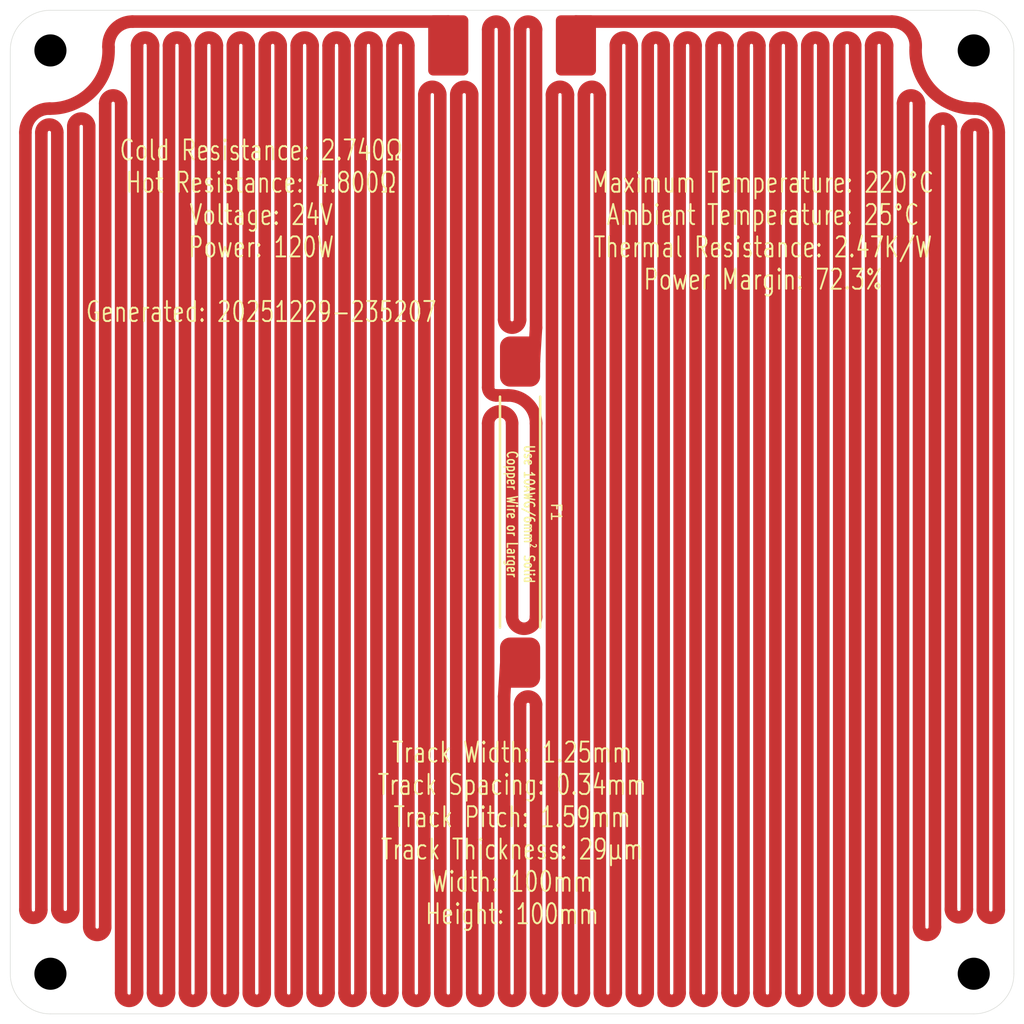
<source format=kicad_pcb>
(kicad_pcb (version 20241229) (generator "pcbnew") (generator_version "9.0")
  (layers (0 "F.Cu" signal) (2 "B.Cu" signal) (13 "F.Paste" user) (15 "B.Paste" user) (5 "F.SilkS" user "F.Silkscreen") (7 "B.SilkS" user "B.Silkscreen") (1 "F.Mask" user) (3 "B.Mask" user) (25 "Edge.Cuts" user))
  (net 0 "")
  (net 1 "Net-(J2-Pin_1)")
  (net 2 "Net-(J1-Pin_1)")
  (footprint "blg:MountingHole_3.2mm_M3_NoPad_TopLarge" (layer "F.Cu") (at 151 59)
    (property "Reference" "REF**" (hide yes))
    (property "Value" "MountingHole_3.2mm_M3_NoPad_TopLarge" (hide yes))
    (pad "" np_thru_hole circle (at 0 0) (size 7.6 7.6) (drill 3.2) (layers))
  )
  (footprint "blg:SMD_PowerConnection_4x6mm" (layer "F.Cu") (at 111.359999 58.5 -90)
    (property "Reference" "J2" (hide yes))
    (property "Value" "Hotplate_Power_Connection" (hide yes))
    (pad "1" smd roundrect (at 0 0 270) (size 6 4) (layers "F.Cu" "F.Mask" "F.Paste") (roundrect_rratio 0.125) (net 1 "Net-(J2-Pin_1)"))
  )
  (footprint "blg:MountingHole_3.2mm_M3_NoPad_TopLarge" (layer "F.Cu") (at 59 151)
    (property "Reference" "REF**" (hide yes))
    (property "Value" "MountingHole_3.2mm_M3_NoPad_TopLarge" (hide yes))
    (pad "" np_thru_hole circle (at 0 0) (size 7.6 7.6) (drill 3.2) (layers))
  )
  (footprint "blg:MountingHole_3.2mm_M3_NoPad_TopLarge" (layer "F.Cu") (at 151 151)
    (property "Reference" "REF**" (hide yes))
    (property "Value" "MountingHole_3.2mm_M3_NoPad_TopLarge" (hide yes))
    (pad "" np_thru_hole circle (at 0 0) (size 7.6 7.6) (drill 3.2) (layers))
  )
  (footprint "blg:SMD_PowerConnection_4x6mm" (layer "F.Cu") (at 98.64 58.5 -90)
    (property "Reference" "J1" (hide yes))
    (property "Value" "Hotplate_Power_Connection" (hide yes))
    (pad "1" smd roundrect (at 0 0 270) (size 6 4) (layers "F.Cu" "F.Mask" "F.Paste") (roundrect_rratio 0.125) (net 2 "Net-(J1-Pin_1)"))
  )
  (footprint "blg:Thermal Fuse, SN100C, Front, 35mm" (layer "F.Cu") (at 105.795 105 -90)
    (property "Reference" "F1" (at 0 -3.6 270) (layer "F.SilkS"))
    (property "Value" "~")
    (fp_line (start -11.5 2) (end 11.5 2) (stroke (width 0.25)) (layer "F.SilkS"))
    (fp_line (start -11.5 -2) (end 11.5 -2) (stroke (width 0.25)) (layer "F.SilkS"))
    (fp_text user "Use 10AWG/6mm  Solid" (at 0.2 -0.9 270) (layer "F.SilkS") (effects (font (size 1 0.75))))
    (fp_text user "2" (at 3.35 -1.3 270) (layer "F.SilkS") (effects (font (size 0.6 0.4) (thickness 0.1))))
    (fp_text user "Copper Wire or Larger" (at 0.2 0.8 270) (layer "F.SilkS") (effects (font (size 1 0.75))))
    (pad "1" smd roundrect (at -15 0 270) (size 5 4) (layers "F.Cu" "F.Mask") (net 2 "Net-(J1-Pin_1)"))
    (pad "2" smd roundrect (at 15 0 270) (size 5 4) (layers "F.Cu" "F.Mask") (net 1 "Net-(J2-Pin_1)"))
  )
  (footprint "blg:MountingHole_3.2mm_M3_NoPad_TopLarge" (layer "F.Cu") (at 59 59)
    (property "Reference" "REF**" (hide yes))
    (property "Value" "MountingHole_3.2mm_M3_NoPad_TopLarge" (hide yes))
    (pad "" np_thru_hole circle (at 0 0) (size 7.6 7.6) (drill 3.2) (layers))
  )
  (gr_arc (start 55 59) (mid 56.171573 56.171573) (end 59 55) (stroke (width 0.05)) (layer "Edge.Cuts"))
  (gr_line (start 155 59) (end 155 151) (stroke (width 0.05)) (layer "Edge.Cuts"))
  (gr_arc (start 59 155) (mid 56.171573 153.828427) (end 55 151) (stroke (width 0.05)) (layer "Edge.Cuts"))
  (gr_line (start 59 155) (end 151 155) (stroke (width 0.05)) (layer "Edge.Cuts"))
  (gr_line (start 55 59) (end 55 151) (stroke (width 0.05)) (layer "Edge.Cuts"))
  (gr_arc (start 155 151) (mid 153.828427 153.828427) (end 151 155) (stroke (width 0.05)) (layer "Edge.Cuts"))
  (gr_arc (start 151 55) (mid 153.828427 56.171573) (end 155 59) (stroke (width 0.05)) (layer "Edge.Cuts"))
  (gr_line (start 59 55) (end 151 55) (stroke (width 0.05)) (layer "Edge.Cuts"))
  (gr_text "Track Width: 1.25mm\nTrack Spacing: 0.34mm\nTrack Pitch: 1.59mm\nTrack Thickness: 29µm\nWidth: 100mm\nHeight: 100mm" (at 105 137 0) (layer "F.SilkS") (effects (font (size 2 1.5) (thickness 0.1875))))
  (gr_text "Maximum Temperature: 220°C\nAmbient Temperature: 25°C\nThermal Resistance: 2.47K/W\nPower Margin: 72.3%" (at 130 77 0) (layer "F.SilkS") (effects (font (size 2 1.5) (thickness 0.1875))))
  (gr_text "Cold Resistance: 2.740Ω\nHot Resistance: 4.800Ω\nVoltage: 24V\nPower: 120W\n\nGenerated: 20251229-235207" (at 80 77 0) (layer "F.SilkS") (effects (font (size 2 1.5) (thickness 0.1875))))
  (segment (start 104.205 123.374999) (end 104.42 120) (width 1.25) (layer "F.Cu") (net 1))
  (segment (start 134.415 152.91) (end 134.415 58.51) (width 1.25) (layer "F.Cu") (net 1))
  (segment (start 116.925 58.51) (end 116.925 152.91) (width 1.25) (layer "F.Cu") (net 1))
  (segment (start 150.315 144.578341) (end 150.315 67.17926) (width 1.25) (layer "F.Cu") (net 1))
  (segment (start 129.644999 58.51) (end 129.644999 152.91) (width 1.25) (layer "F.Cu") (net 1))
  (segment (start 126.464999 58.51) (end 126.464999 152.91) (width 1.25) (layer "F.Cu") (net 1))
  (segment (start 104.42 120) (end 105.795 120) (width 1.25) (layer "F.Cu") (net 1))
  (segment (start 148.725 66.582051) (end 148.725 144.578341) (width 1.25) (layer "F.Cu") (net 1))
  (segment (start 118.515 152.91) (end 118.515 58.51) (width 1.25) (layer "F.Cu") (net 1))
  (segment (start 143.955 152.91) (end 143.955 64.2773) (width 1.25) (layer "F.Cu") (net 1))
  (segment (start 142.834689 56.124999) (end 111.359999 56.124999) (width 1.25) (layer "F.Cu") (net 1))
  (segment (start 137.595 152.91) (end 137.595 58.51) (width 1.25) (layer "F.Cu") (net 1))
  (segment (start 139.185 58.51) (end 139.185 152.91) (width 1.25) (layer "F.Cu") (net 1))
  (segment (start 110.565 63.42) (end 110.565 152.91) (width 1.25) (layer "F.Cu") (net 1))
  (segment (start 142.364999 58.51) (end 142.364999 152.91) (width 1.25) (layer "F.Cu") (net 1))
  (segment (start 121.695 152.91) (end 121.695 58.51) (width 1.25) (layer "F.Cu") (net 1))
  (segment (start 132.824999 58.51) (end 132.824999 152.91) (width 1.25) (layer "F.Cu") (net 1))
  (segment (start 153.495 144.633046) (end 153.495 67.17926) (width 1.25) (layer "F.Cu") (net 1))
  (segment (start 111.359999 56.124999) (end 111.359999 58.5) (width 1.25) (layer "F.Cu") (net 1))
  (segment (start 104.205 123.374999) (end 104.205 152.91) (width 1.25) (layer "F.Cu") (net 1))
  (segment (start 124.875 152.91) (end 124.875 58.51) (width 1.25) (layer "F.Cu") (net 1))
  (segment (start 147.135 146.340332) (end 147.135 66.582051) (width 1.25) (layer "F.Cu") (net 1))
  (segment (start 108.975 152.91) (end 108.975 63.42) (width 1.25) (layer "F.Cu") (net 1))
  (segment (start 140.774999 152.91) (end 140.774999 58.51) (width 1.25) (layer "F.Cu") (net 1))
  (segment (start 107.384999 124.169999) (end 107.384999 152.91) (width 1.25) (layer "F.Cu") (net 1))
  (segment (start 115.335 152.91) (end 115.335 58.51) (width 1.25) (layer "F.Cu") (net 1))
  (segment (start 128.055 152.91) (end 128.055 58.51) (width 1.25) (layer "F.Cu") (net 1))
  (segment (start 123.285 58.51) (end 123.285 152.91) (width 1.25) (layer "F.Cu") (net 1))
  (segment (start 120.104999 58.51) (end 120.104999 152.91) (width 1.25) (layer "F.Cu") (net 1))
  (segment (start 145.545 64.2773) (end 145.545 146.340332) (width 1.25) (layer "F.Cu") (net 1))
  (segment (start 131.234999 152.91) (end 131.234999 58.51) (width 1.25) (layer "F.Cu") (net 1))
  (segment (start 113.745 63.42) (end 113.745 152.91) (width 1.25) (layer "F.Cu") (net 1))
  (segment (start 112.154999 152.91) (end 112.154999 63.42) (width 1.25) (layer "F.Cu") (net 1))
  (segment (start 151.904999 67.17926) (end 151.904999 144.633046) (width 1.25) (layer "F.Cu") (net 1))
  (segment (start 105.795 152.91) (end 105.795 124.169999) (width 1.25) (layer "F.Cu") (net 1))
  (segment (start 136.005 58.51) (end 136.005 152.91) (width 1.25) (layer "F.Cu") (net 1))
  (arc (start 124.875 58.51) (mid 125.67 57.715) (end 126.464999 58.51) (width 1.25) (layer "F.Cu") (net 1))
  (arc (start 118.515 58.51) (mid 119.31 57.715) (end 120.104999 58.51) (width 1.25) (layer "F.Cu") (net 1))
  (arc (start 134.415 58.51) (mid 135.21 57.715) (end 136.005 58.51) (width 1.25) (layer "F.Cu") (net 1))
  (arc (start 116.925 152.91) (mid 117.719999 153.704999) (end 118.515 152.91) (width 1.25) (layer "F.Cu") (net 1))
  (arc (start 129.644999 152.91) (mid 130.44 153.704999) (end 131.234999 152.91) (width 1.25) (layer "F.Cu") (net 1))
  (arc (start 147.135 66.582051) (mid 147.93 65.787051) (end 148.725 66.582051) (width 1.25) (layer "F.Cu") (net 1))
  (arc (start 112.154999 63.42) (mid 112.949999 62.625) (end 113.745 63.42) (width 1.25) (layer "F.Cu") (net 1))
  (arc (start 128.055 58.51) (mid 128.85 57.715) (end 129.644999 58.51) (width 1.25) (layer "F.Cu") (net 1))
  (arc (start 136.005 152.91) (mid 136.8 153.704999) (end 137.595 152.91) (width 1.25) (layer "F.Cu") (net 1))
  (arc (start 123.285 152.91) (mid 124.08 153.704999) (end 124.875 152.91) (width 1.25) (layer "F.Cu") (net 1))
  (arc (start 148.725 144.578341) (mid 149.519999 145.373341) (end 150.315 144.578341) (width 1.25) (layer "F.Cu") (net 1))
  (arc (start 115.335 58.51) (mid 116.13 57.715) (end 116.925 58.51) (width 1.25) (layer "F.Cu") (net 1))
  (arc (start 126.464999 152.91) (mid 127.259999 153.704999) (end 128.055 152.91) (width 1.25) (layer "F.Cu") (net 1))
  (arc (start 143.955 64.2773) (mid 144.75 63.4823) (end 145.545 64.2773) (width 1.25) (layer "F.Cu") (net 1))
  (arc (start 139.185 152.91) (mid 139.98 153.704999) (end 140.774999 152.91) (width 1.25) (layer "F.Cu") (net 1))
  (arc (start 121.695 58.51) (mid 122.489999 57.715) (end 123.285 58.51) (width 1.25) (layer "F.Cu") (net 1))
  (arc (start 107.384999 152.91) (mid 108.18 153.704999) (end 108.975 152.91) (width 1.25) (layer "F.Cu") (net 1))
  (arc (start 145.545 146.340332) (mid 146.34 147.135332) (end 147.135 146.340332) (width 1.25) (layer "F.Cu") (net 1))
  (arc (start 104.205 152.91) (mid 105 153.704999) (end 105.795 152.91) (width 1.25) (layer "F.Cu") (net 1))
  (arc (start 105.795 124.169999) (mid 106.589999 123.375) (end 107.384999 124.169999) (width 1.25) (layer "F.Cu") (net 1))
  (arc (start 113.745 152.91) (mid 114.539999 153.704999) (end 115.335 152.91) (width 1.25) (layer "F.Cu") (net 1))
  (arc (start 153.495 67.17926) (mid 152.838403 65.535834) (end 151.077927 64.794476) (width 1.25) (layer "F.Cu") (net 1))
  (arc (start 132.824999 152.91) (mid 133.619999 153.704999) (end 134.415 152.91) (width 1.25) (layer "F.Cu") (net 1))
  (arc (start 110.565 152.91) (mid 111.36 153.704999) (end 112.154999 152.91) (width 1.25) (layer "F.Cu") (net 1))
  (arc (start 142.364999 152.91) (mid 143.159999 153.704999) (end 143.955 152.91) (width 1.25) (layer "F.Cu") (net 1))
  (arc (start 120.104999 152.91) (mid 120.899999 153.704999) (end 121.695 152.91) (width 1.25) (layer "F.Cu") (net 1))
  (arc (start 131.234999 58.51) (mid 132.029999 57.715) (end 132.824999 58.51) (width 1.25) (layer "F.Cu") (net 1))
  (arc (start 137.595 58.51) (mid 138.39 57.715) (end 139.185 58.51) (width 1.25) (layer "F.Cu") (net 1))
  (arc (start 140.774999 58.51) (mid 141.57 57.715) (end 142.364999 58.51) (width 1.25) (layer "F.Cu") (net 1))
  (arc (start 151.904999 144.633046) (mid 152.7 145.428046) (end 153.495 144.633046) (width 1.25) (layer "F.Cu") (net 1))
  (arc (start 142.834689 56.124999) (mid 144.570915 56.874841) (end 145.215406 58.652866) (width 1.25) (layer "F.Cu") (net 1))
  (arc (start 151.077927 64.794476) (mid 146.80818 63.001334) (end 145.215406 58.652866) (width 1.25) (layer "F.Cu") (net 1))
  (arc (start 108.975 63.42) (mid 109.77 62.625) (end 110.565 63.42) (width 1.25) (layer "F.Cu") (net 1))
  (arc (start 150.315 67.17926) (mid 151.11 66.38426) (end 151.904999 67.17926) (width 1.25) (layer "F.Cu") (net 1))
  (segment (start 64.455 64.2773) (end 64.455 146.340332) (width 1.25) (layer "F.Cu") (net 2))
  (segment (start 107.17 90) (end 105.795 90) (width 1.25) (layer "F.Cu") (net 2))
  (segment (start 58.095 67.17926) (end 58.095 144.633046) (width 1.25) (layer "F.Cu") (net 2))
  (segment (start 107.384999 86.625) (end 107.384999 56.92) (width 1.25) (layer "F.Cu") (net 2))
  (segment (start 66.044999 152.91) (end 66.044999 64.2773) (width 1.25) (layer "F.Cu") (net 2))
  (segment (start 98.639999 56.124999) (end 98.639999 58.5) (width 1.25) (layer "F.Cu") (net 2))
  (segment (start 80.354999 58.51) (end 80.354999 152.91) (width 1.25) (layer "F.Cu") (net 2))
  (segment (start 105 115.432499) (end 105 96.1575) (width 1.25) (layer "F.Cu") (net 2))
  (segment (start 104.205 85.829999) (end 104.205 56.92) (width 1.25) (layer "F.Cu") (net 2))
  (segment (start 56.505 144.633046) (end 56.505 67.17926) (width 1.25) (layer "F.Cu") (net 2))
  (segment (start 61.275 66.582051) (end 61.275 144.578341) (width 1.25) (layer "F.Cu") (net 2))
  (segment (start 91.485 152.91) (end 91.485 58.51) (width 1.25) (layer "F.Cu") (net 2))
  (segment (start 102.615 56.92) (end 102.615 92.58) (width 1.25) (layer "F.Cu") (net 2))
  (segment (start 89.895 58.51) (end 89.895 152.91) (width 1.25) (layer "F.Cu") (net 2))
  (segment (start 83.535 58.51) (end 83.535 152.91) (width 1.25) (layer "F.Cu") (net 2))
  (segment (start 101.024999 152.91) (end 101.024999 63.42) (width 1.25) (layer "F.Cu") (net 2))
  (segment (start 77.175 58.51) (end 77.175 152.91) (width 1.25) (layer "F.Cu") (net 2))
  (segment (start 81.945 152.91) (end 81.945 58.51) (width 1.25) (layer "F.Cu") (net 2))
  (segment (start 96.255 63.42) (end 96.255 152.91) (width 1.25) (layer "F.Cu") (net 2))
  (segment (start 103.41 93.375) (end 104.6025 93.375) (width 1.25) (layer "F.Cu") (net 2))
  (segment (start 78.765 152.91) (end 78.765 58.51) (width 1.25) (layer "F.Cu") (net 2))
  (segment (start 70.815 58.51) (end 70.815 152.91) (width 1.25) (layer "F.Cu") (net 2))
  (segment (start 69.225 152.91) (end 69.225 58.51) (width 1.25) (layer "F.Cu") (net 2))
  (segment (start 75.585 152.91) (end 75.585 58.51) (width 1.25) (layer "F.Cu") (net 2))
  (segment (start 94.664999 152.91) (end 94.664999 58.51) (width 1.25) (layer "F.Cu") (net 2))
  (segment (start 102.615 96.1575) (end 102.615 152.91) (width 1.25) (layer "F.Cu") (net 2))
  (segment (start 85.124999 152.91) (end 85.124999 58.51) (width 1.25) (layer "F.Cu") (net 2))
  (segment (start 93.074999 58.51) (end 93.074999 152.91) (width 1.25) (layer "F.Cu") (net 2))
  (segment (start 59.684999 144.578341) (end 59.684999 67.17926) (width 1.25) (layer "F.Cu") (net 2))
  (segment (start 72.405 152.91) (end 72.405 58.51) (width 1.25) (layer "F.Cu") (net 2))
  (segment (start 88.305 152.91) (end 88.305 58.51) (width 1.25) (layer "F.Cu") (net 2))
  (segment (start 107.384999 96.1575) (end 107.384999 115.432499) (width 1.25) (layer "F.Cu") (net 2))
  (segment (start 73.994999 58.51) (end 73.994999 152.91) (width 1.25) (layer "F.Cu") (net 2))
  (segment (start 107.384999 86.625) (end 107.17 90) (width 1.25) (layer "F.Cu") (net 2))
  (segment (start 67.16531 56.124999) (end 98.639999 56.124999) (width 1.25) (layer "F.Cu") (net 2))
  (segment (start 97.845 152.91) (end 97.845 63.42) (width 1.25) (layer "F.Cu") (net 2))
  (segment (start 62.864999 146.340332) (end 62.864999 66.582051) (width 1.25) (layer "F.Cu") (net 2))
  (segment (start 99.435 63.42) (end 99.435 152.91) (width 1.25) (layer "F.Cu") (net 2))
  (segment (start 67.635 58.51) (end 67.635 152.91) (width 1.25) (layer "F.Cu") (net 2))
  (segment (start 86.715 58.51) (end 86.715 152.91) (width 1.25) (layer "F.Cu") (net 2))
  (segment (start 105.795 56.92) (end 105.795 85.829999) (width 1.25) (layer "F.Cu") (net 2))
  (arc (start 62.864999 66.582051) (mid 62.07 65.787051) (end 61.275 66.582051) (width 1.25) (layer "F.Cu") (net 2))
  (arc (start 61.275 144.578341) (mid 60.48 145.373341) (end 59.684999 144.578341) (width 1.25) (layer "F.Cu") (net 2))
  (arc (start 78.765 58.51) (mid 77.97 57.715) (end 77.175 58.51) (width 1.25) (layer "F.Cu") (net 2))
  (arc (start 67.635 152.91) (mid 66.84 153.704999) (end 66.044999 152.91) (width 1.25) (layer "F.Cu") (net 2))
  (arc (start 91.485 58.51) (mid 90.69 57.715) (end 89.895 58.51) (width 1.25) (layer "F.Cu") (net 2))
  (arc (start 83.535 152.91) (mid 82.74 153.704999) (end 81.945 152.91) (width 1.25) (layer "F.Cu") (net 2))
  (arc (start 86.715 152.91) (mid 85.92 153.704999) (end 85.124999 152.91) (width 1.25) (layer "F.Cu") (net 2))
  (arc (start 58.922072 64.794476) (mid 63.191819 63.001334) (end 64.784593 58.652866) (width 1.25) (layer "F.Cu") (net 2))
  (arc (start 103.41 93.375) (mid 102.84785 93.142149) (end 102.615 92.58) (width 1.25) (layer "F.Cu") (net 2))
  (arc (start 75.585 58.51) (mid 74.789999 57.715) (end 73.994999 58.51) (width 1.25) (layer "F.Cu") (net 2))
  (arc (start 105.795 85.829999) (mid 105 86.625) (end 104.205 85.829999) (width 1.25) (layer "F.Cu") (net 2))
  (arc (start 107.384999 115.432499) (mid 106.1925 116.624999) (end 105 115.432499) (width 1.25) (layer "F.Cu") (net 2))
  (arc (start 104.6025 93.375) (mid 106.570024 94.189975) (end 107.384999 96.1575) (width 1.25) (layer "F.Cu") (net 2))
  (arc (start 105 96.1575) (mid 103.807499 94.964999) (end 102.615 96.1575) (width 1.25) (layer "F.Cu") (net 2))
  (arc (start 70.815 152.91) (mid 70.02 153.704999) (end 69.225 152.91) (width 1.25) (layer "F.Cu") (net 2))
  (arc (start 59.684999 67.17926) (mid 58.89 66.38426) (end 58.095 67.17926) (width 1.25) (layer "F.Cu") (net 2))
  (arc (start 72.405 58.51) (mid 71.61 57.715) (end 70.815 58.51) (width 1.25) (layer "F.Cu") (net 2))
  (arc (start 80.354999 152.91) (mid 79.559999 153.704999) (end 78.765 152.91) (width 1.25) (layer "F.Cu") (net 2))
  (arc (start 93.074999 152.91) (mid 92.28 153.704999) (end 91.485 152.91) (width 1.25) (layer "F.Cu") (net 2))
  (arc (start 102.615 152.91) (mid 101.82 153.704999) (end 101.024999 152.91) (width 1.25) (layer "F.Cu") (net 2))
  (arc (start 99.435 152.91) (mid 98.639999 153.704999) (end 97.845 152.91) (width 1.25) (layer "F.Cu") (net 2))
  (arc (start 66.044999 64.2773) (mid 65.25 63.4823) (end 64.455 64.2773) (width 1.25) (layer "F.Cu") (net 2))
  (arc (start 104.205 56.92) (mid 103.409999 56.125) (end 102.615 56.92) (width 1.25) (layer "F.Cu") (net 2))
  (arc (start 88.305 58.51) (mid 87.509999 57.715) (end 86.715 58.51) (width 1.25) (layer "F.Cu") (net 2))
  (arc (start 69.225 58.51) (mid 68.43 57.715) (end 67.635 58.51) (width 1.25) (layer "F.Cu") (net 2))
  (arc (start 107.384999 56.92) (mid 106.589999 56.124999) (end 105.795 56.92) (width 1.25) (layer "F.Cu") (net 2))
  (arc (start 64.455 146.340332) (mid 63.66 147.135332) (end 62.864999 146.340332) (width 1.25) (layer "F.Cu") (net 2))
  (arc (start 81.945 58.51) (mid 81.15 57.715) (end 80.354999 58.51) (width 1.25) (layer "F.Cu") (net 2))
  (arc (start 58.095 144.633046) (mid 57.3 145.428046) (end 56.505 144.633046) (width 1.25) (layer "F.Cu") (net 2))
  (arc (start 94.664999 58.51) (mid 93.869999 57.715) (end 93.074999 58.51) (width 1.25) (layer "F.Cu") (net 2))
  (arc (start 73.994999 152.91) (mid 73.2 153.704999) (end 72.405 152.91) (width 1.25) (layer "F.Cu") (net 2))
  (arc (start 101.024999 63.42) (mid 100.23 62.625) (end 99.435 63.42) (width 1.25) (layer "F.Cu") (net 2))
  (arc (start 77.175 152.91) (mid 76.38 153.704999) (end 75.585 152.91) (width 1.25) (layer "F.Cu") (net 2))
  (arc (start 67.16531 56.124999) (mid 65.429084 56.874841) (end 64.784593 58.652866) (width 1.25) (layer "F.Cu") (net 2))
  (arc (start 85.124999 58.51) (mid 84.33 57.715) (end 83.535 58.51) (width 1.25) (layer "F.Cu") (net 2))
  (arc (start 56.505 67.17926) (mid 57.161596 65.535834) (end 58.922072 64.794476) (width 1.25) (layer "F.Cu") (net 2))
  (arc (start 96.255 152.91) (mid 95.46 153.704999) (end 94.664999 152.91) (width 1.25) (layer "F.Cu") (net 2))
  (arc (start 89.895 152.91) (mid 89.1 153.704999) (end 88.305 152.91) (width 1.25) (layer "F.Cu") (net 2))
  (arc (start 97.845 63.42) (mid 97.05 62.625) (end 96.255 63.42) (width 1.25) (layer "F.Cu") (net 2))
)
</source>
